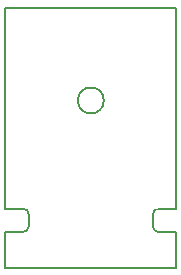
<source format=gm1>
G04 #@! TF.GenerationSoftware,KiCad,Pcbnew,(5.0.2)-1*
G04 #@! TF.CreationDate,2019-04-16T13:26:55-07:00*
G04 #@! TF.ProjectId,signet-pcb,7369676e-6574-42d7-9063-622e6b696361,rev?*
G04 #@! TF.SameCoordinates,Original*
G04 #@! TF.FileFunction,Profile,NP*
%FSLAX46Y46*%
G04 Gerber Fmt 4.6, Leading zero omitted, Abs format (unit mm)*
G04 Created by KiCad (PCBNEW (5.0.2)-1) date 4/16/2019 1:26:55 PM*
%MOMM*%
%LPD*%
G01*
G04 APERTURE LIST*
%ADD10C,0.150000*%
G04 APERTURE END LIST*
D10*
X115750000Y-96000000D02*
G75*
G03X115250000Y-96500000I0J-500000D01*
G01*
X115250000Y-97500000D02*
G75*
G03X115750000Y-98000000I500000J0D01*
G01*
X104750000Y-96500000D02*
G75*
G03X104250000Y-96000000I-500000J0D01*
G01*
X104250000Y-98000000D02*
G75*
G03X104750000Y-97500000I0J500000D01*
G01*
X117250000Y-79000000D02*
X117250000Y-96000000D01*
X117250000Y-98000000D02*
X117250000Y-101000000D01*
X117250000Y-96000000D02*
X115750000Y-96000000D01*
X117250000Y-98000000D02*
X115750000Y-98000000D01*
X115250000Y-96500000D02*
X115250000Y-97500000D01*
X104750000Y-96500000D02*
X104750000Y-97500000D01*
X111100000Y-86850000D02*
G75*
G03X111100000Y-86850000I-1100000J0D01*
G01*
X102750000Y-101000000D02*
X117250000Y-101000000D01*
X102750000Y-98000000D02*
X104250000Y-98000000D01*
X102750000Y-96000000D02*
X104250000Y-96000000D01*
X102750000Y-98000000D02*
X102750000Y-101000000D01*
X102750000Y-79000000D02*
X102750000Y-96000000D01*
X102750000Y-79000000D02*
X117250000Y-79000000D01*
M02*

</source>
